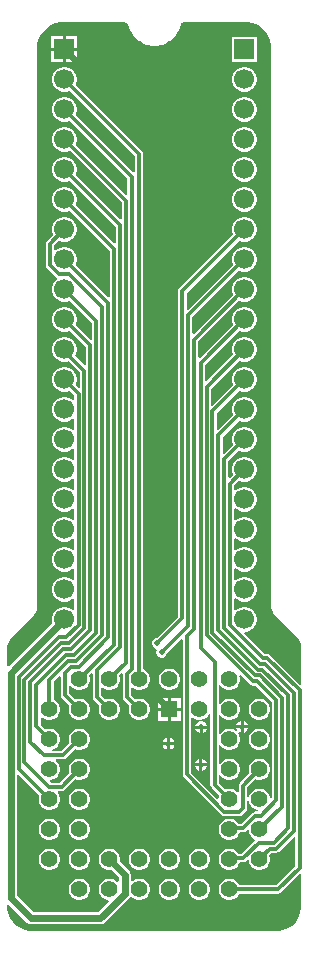
<source format=gtl>
G04*
G04 #@! TF.GenerationSoftware,Altium Limited,Altium Designer,21.0.9 (235)*
G04*
G04 Layer_Physical_Order=1*
G04 Layer_Color=255*
%FSLAX25Y25*%
%MOIN*%
G70*
G04*
G04 #@! TF.SameCoordinates,D00D0935-9F2D-4F80-BADC-0BB803B56EC7*
G04*
G04*
G04 #@! TF.FilePolarity,Positive*
G04*
G01*
G75*
%ADD16C,0.01181*%
%ADD17C,0.02362*%
%ADD18R,0.05512X0.05512*%
%ADD19C,0.05512*%
%ADD20C,0.06693*%
%ADD21R,0.06693X0.06693*%
%ADD22C,0.01968*%
G36*
X19600Y304073D02*
X19600Y304073D01*
X19600Y304073D01*
X40176Y304073D01*
X40377Y304072D01*
X40765Y303949D01*
X41099Y303716D01*
X41348Y303394D01*
X41399Y303258D01*
X41548Y302656D01*
X41576Y302596D01*
X41587Y302531D01*
X42080Y301269D01*
X42127Y301195D01*
X42157Y301112D01*
X42858Y299953D01*
X42918Y299888D01*
X42961Y299812D01*
X43850Y298790D01*
X43920Y298736D01*
X43976Y298668D01*
X45027Y297814D01*
X45105Y297772D01*
X45172Y297715D01*
X46353Y297053D01*
X46437Y297026D01*
X46513Y296981D01*
X47790Y296531D01*
X47877Y296518D01*
X47960Y296487D01*
X49295Y296263D01*
X49383Y296265D01*
X49470Y296248D01*
X50824Y296256D01*
X50910Y296273D01*
X50999Y296271D01*
X52332Y296510D01*
X52413Y296543D01*
X52501Y296556D01*
X53773Y297020D01*
X53848Y297065D01*
X53932Y297093D01*
X55106Y297768D01*
X55173Y297826D01*
X55250Y297868D01*
X56292Y298733D01*
X56347Y298802D01*
X56416Y298856D01*
X57294Y299887D01*
X57337Y299964D01*
X57396Y300030D01*
X58085Y301196D01*
X58114Y301279D01*
X58161Y301354D01*
X58639Y302621D01*
X58650Y302686D01*
X58678Y302747D01*
X58819Y303344D01*
X58862Y303458D01*
X59088Y303750D01*
X59390Y303961D01*
X59742Y304072D01*
X59924Y304073D01*
X80629Y304073D01*
X81462Y304072D01*
X83096Y303745D01*
X84636Y303105D01*
X86020Y302177D01*
X87198Y300997D01*
X88122Y299610D01*
X88758Y298070D01*
X89081Y296435D01*
X89081Y295601D01*
X89081Y295601D01*
X89081Y295600D01*
Y109600D01*
X89085Y109575D01*
X89082Y109550D01*
X89099Y109195D01*
X89117Y109122D01*
Y109046D01*
X89256Y108350D01*
X89294Y108257D01*
X89314Y108159D01*
X89586Y107503D01*
X89641Y107419D01*
X89680Y107326D01*
X90074Y106736D01*
X90128Y106683D01*
X90167Y106618D01*
X90405Y106355D01*
X90426Y106340D01*
X90440Y106318D01*
X97258Y99501D01*
X97258Y99501D01*
X97258Y99500D01*
X97691Y99067D01*
X98372Y98048D01*
X98841Y96915D01*
X99080Y95713D01*
X99080Y95100D01*
Y83495D01*
X98619Y83304D01*
X88644Y93278D01*
X88189Y93583D01*
X87651Y93690D01*
X86816D01*
X80039Y100466D01*
X80247Y100966D01*
X80644D01*
X81696Y101248D01*
X82638Y101792D01*
X83408Y102562D01*
X83952Y103504D01*
X84234Y104556D01*
Y105644D01*
X83952Y106696D01*
X83408Y107638D01*
X82638Y108408D01*
X81696Y108952D01*
X80644Y109234D01*
X79556D01*
X78504Y108952D01*
X77562Y108408D01*
X77280Y108127D01*
X76780Y108334D01*
Y111866D01*
X77280Y112073D01*
X77562Y111792D01*
X78504Y111248D01*
X79556Y110966D01*
X80644D01*
X81696Y111248D01*
X82638Y111792D01*
X83408Y112562D01*
X83952Y113504D01*
X84234Y114556D01*
Y115644D01*
X83952Y116696D01*
X83408Y117638D01*
X82638Y118408D01*
X81696Y118952D01*
X80644Y119234D01*
X79556D01*
X78504Y118952D01*
X77562Y118408D01*
X77280Y118127D01*
X76780Y118334D01*
Y121866D01*
X77280Y122073D01*
X77562Y121792D01*
X78504Y121248D01*
X79556Y120966D01*
X80644D01*
X81696Y121248D01*
X82638Y121792D01*
X83408Y122562D01*
X83952Y123504D01*
X84234Y124556D01*
Y125644D01*
X83952Y126696D01*
X83408Y127638D01*
X82638Y128408D01*
X81696Y128952D01*
X80644Y129234D01*
X79556D01*
X78504Y128952D01*
X77562Y128408D01*
X77280Y128127D01*
X76780Y128334D01*
Y131866D01*
X77280Y132073D01*
X77562Y131792D01*
X78504Y131248D01*
X79556Y130966D01*
X80644D01*
X81696Y131248D01*
X82638Y131792D01*
X83408Y132562D01*
X83952Y133504D01*
X84234Y134556D01*
Y135644D01*
X83952Y136696D01*
X83408Y137638D01*
X82638Y138408D01*
X81696Y138952D01*
X80644Y139234D01*
X79556D01*
X78504Y138952D01*
X77562Y138408D01*
X77280Y138127D01*
X76780Y138334D01*
Y141866D01*
X77280Y142073D01*
X77562Y141792D01*
X78504Y141248D01*
X79556Y140966D01*
X80644D01*
X81696Y141248D01*
X82638Y141792D01*
X83408Y142562D01*
X83952Y143504D01*
X84234Y144556D01*
Y145644D01*
X83952Y146696D01*
X83408Y147638D01*
X82638Y148408D01*
X81696Y148952D01*
X80644Y149234D01*
X79556D01*
X78504Y148952D01*
X77562Y148408D01*
X77280Y148127D01*
X76780Y148334D01*
Y149794D01*
X78333Y151347D01*
X78504Y151248D01*
X79556Y150966D01*
X80644D01*
X81696Y151248D01*
X82638Y151792D01*
X83408Y152562D01*
X83952Y153504D01*
X84234Y154556D01*
Y155644D01*
X83952Y156696D01*
X83408Y157638D01*
X82638Y158408D01*
X81696Y158952D01*
X80644Y159234D01*
X79556D01*
X78504Y158952D01*
X77562Y158408D01*
X76792Y157638D01*
X76248Y156696D01*
X75966Y155644D01*
Y154556D01*
X76248Y153504D01*
X76347Y153333D01*
X75274Y152261D01*
X74812Y152452D01*
Y157825D01*
X78333Y161347D01*
X78504Y161248D01*
X79556Y160966D01*
X80644D01*
X81696Y161248D01*
X82638Y161792D01*
X83408Y162562D01*
X83952Y163504D01*
X84234Y164556D01*
Y165644D01*
X83952Y166696D01*
X83408Y167638D01*
X82638Y168408D01*
X81696Y168952D01*
X80644Y169234D01*
X79556D01*
X78504Y168952D01*
X77562Y168408D01*
X76792Y167638D01*
X76248Y166696D01*
X75966Y165644D01*
Y164556D01*
X76248Y163504D01*
X76347Y163333D01*
X73305Y160292D01*
X72843Y160484D01*
Y165857D01*
X78333Y171347D01*
X78504Y171248D01*
X79556Y170966D01*
X80644D01*
X81696Y171248D01*
X82638Y171792D01*
X83408Y172562D01*
X83952Y173504D01*
X84234Y174556D01*
Y175644D01*
X83952Y176696D01*
X83408Y177638D01*
X82638Y178408D01*
X81696Y178952D01*
X80644Y179234D01*
X79556D01*
X78504Y178952D01*
X77562Y178408D01*
X76792Y177638D01*
X76248Y176696D01*
X75966Y175644D01*
Y174556D01*
X76248Y173504D01*
X76347Y173334D01*
X71337Y168324D01*
X70875Y168515D01*
Y173888D01*
X78333Y181347D01*
X78504Y181248D01*
X79556Y180966D01*
X80644D01*
X81696Y181248D01*
X82638Y181792D01*
X83408Y182562D01*
X83952Y183504D01*
X84234Y184556D01*
Y185644D01*
X83952Y186696D01*
X83408Y187638D01*
X82638Y188408D01*
X81696Y188952D01*
X80644Y189234D01*
X79556D01*
X78504Y188952D01*
X77562Y188408D01*
X76792Y187638D01*
X76248Y186696D01*
X75966Y185644D01*
Y184556D01*
X76248Y183504D01*
X76347Y183334D01*
X69368Y176355D01*
X68906Y176547D01*
Y181920D01*
X78333Y191347D01*
X78504Y191248D01*
X79556Y190966D01*
X80644D01*
X81696Y191248D01*
X82638Y191792D01*
X83408Y192562D01*
X83952Y193504D01*
X84234Y194556D01*
Y195644D01*
X83952Y196696D01*
X83408Y197638D01*
X82638Y198408D01*
X81696Y198952D01*
X80644Y199234D01*
X79556D01*
X78504Y198952D01*
X77562Y198408D01*
X76792Y197638D01*
X76248Y196696D01*
X75966Y195644D01*
Y194556D01*
X76248Y193504D01*
X76347Y193333D01*
X67400Y184387D01*
X66938Y184578D01*
Y189951D01*
X78333Y201347D01*
X78504Y201248D01*
X79556Y200966D01*
X80644D01*
X81696Y201248D01*
X82638Y201792D01*
X83408Y202562D01*
X83952Y203504D01*
X84234Y204556D01*
Y205644D01*
X83952Y206696D01*
X83408Y207638D01*
X82638Y208408D01*
X81696Y208952D01*
X80644Y209234D01*
X79556D01*
X78504Y208952D01*
X77562Y208408D01*
X76792Y207638D01*
X76248Y206696D01*
X75966Y205644D01*
Y204556D01*
X76248Y203504D01*
X76347Y203333D01*
X65235Y192222D01*
X64773Y192414D01*
Y197787D01*
X78333Y211347D01*
X78504Y211248D01*
X79556Y210966D01*
X80644D01*
X81696Y211248D01*
X82638Y211792D01*
X83408Y212562D01*
X83952Y213504D01*
X84234Y214556D01*
Y215644D01*
X83952Y216696D01*
X83408Y217638D01*
X82638Y218408D01*
X81696Y218952D01*
X80644Y219234D01*
X79556D01*
X78504Y218952D01*
X77562Y218408D01*
X76792Y217638D01*
X76248Y216696D01*
X75966Y215644D01*
Y214556D01*
X76248Y213504D01*
X76347Y213334D01*
X63267Y200254D01*
X62805Y200445D01*
Y205818D01*
X78333Y221347D01*
X78504Y221248D01*
X79556Y220966D01*
X80644D01*
X81696Y221248D01*
X82638Y221792D01*
X83408Y222562D01*
X83952Y223504D01*
X84234Y224556D01*
Y225644D01*
X83952Y226696D01*
X83408Y227638D01*
X82638Y228408D01*
X81696Y228952D01*
X80644Y229234D01*
X79556D01*
X78504Y228952D01*
X77562Y228408D01*
X76792Y227638D01*
X76248Y226696D01*
X75966Y225644D01*
Y224556D01*
X76248Y223504D01*
X76347Y223334D01*
X61298Y208285D01*
X60836Y208477D01*
Y213849D01*
X78333Y231347D01*
X78504Y231248D01*
X79556Y230966D01*
X80644D01*
X81696Y231248D01*
X82638Y231792D01*
X83408Y232562D01*
X83952Y233504D01*
X84234Y234556D01*
Y235644D01*
X83952Y236696D01*
X83408Y237638D01*
X82638Y238408D01*
X81696Y238952D01*
X80644Y239234D01*
X79556D01*
X78504Y238952D01*
X77562Y238408D01*
X76792Y237638D01*
X76248Y236696D01*
X75966Y235644D01*
Y234556D01*
X76248Y233504D01*
X76347Y233333D01*
X58438Y215425D01*
X58134Y214969D01*
X58026Y214432D01*
Y106013D01*
X50885Y98872D01*
X50748D01*
X50096Y98602D01*
X49598Y98104D01*
X49328Y97452D01*
Y96748D01*
X49598Y96096D01*
X50096Y95598D01*
X50647Y95370D01*
X50760Y95292D01*
X50922Y94828D01*
X50766Y94451D01*
Y93747D01*
X51036Y93095D01*
X51534Y92597D01*
X52185Y92327D01*
X52890D01*
X53541Y92597D01*
X54040Y93095D01*
X54301Y93726D01*
X59099Y98524D01*
X59561Y98333D01*
Y53388D01*
X59668Y52850D01*
X59973Y52394D01*
X72394Y39973D01*
X72850Y39668D01*
X73388Y39561D01*
X78466D01*
X79004Y39668D01*
X79460Y39973D01*
X80693Y41206D01*
X80998Y41662D01*
X81105Y42200D01*
Y44388D01*
X81605Y44453D01*
X81798Y43732D01*
X82265Y42924D01*
X82924Y42265D01*
X83732Y41798D01*
X84633Y41557D01*
X84618Y41063D01*
X83812D01*
X83274Y40956D01*
X82819Y40652D01*
X79046Y36879D01*
X78164D01*
X77935Y37276D01*
X77276Y37935D01*
X76468Y38402D01*
X75567Y38643D01*
X74634D01*
X73732Y38402D01*
X72924Y37935D01*
X72265Y37276D01*
X71798Y36468D01*
X71557Y35566D01*
Y34633D01*
X71798Y33732D01*
X72265Y32924D01*
X72924Y32265D01*
X73732Y31798D01*
X74634Y31557D01*
X75567D01*
X76468Y31798D01*
X77276Y32265D01*
X77935Y32924D01*
X78402Y33732D01*
X78492Y34069D01*
X79628D01*
X80165Y34176D01*
X80621Y34480D01*
X81095Y34954D01*
X81557Y34763D01*
Y34633D01*
X81798Y33732D01*
X82265Y32924D01*
X82924Y32265D01*
X83432Y31972D01*
X83526Y31359D01*
X79046Y26879D01*
X78164D01*
X77935Y27276D01*
X77276Y27935D01*
X76468Y28402D01*
X75567Y28643D01*
X74634D01*
X73732Y28402D01*
X72924Y27935D01*
X72265Y27276D01*
X71798Y26468D01*
X71557Y25567D01*
Y24633D01*
X71798Y23732D01*
X72265Y22924D01*
X72924Y22265D01*
X73732Y21798D01*
X74634Y21557D01*
X75567D01*
X76468Y21798D01*
X77276Y22265D01*
X77935Y22924D01*
X78402Y23732D01*
X78492Y24069D01*
X79628D01*
X80165Y24176D01*
X80621Y24480D01*
X81095Y24954D01*
X81557Y24763D01*
Y24633D01*
X81798Y23732D01*
X82265Y22924D01*
X82924Y22265D01*
X83732Y21798D01*
X84633Y21557D01*
X85567D01*
X86468Y21798D01*
X87276Y22265D01*
X87935Y22924D01*
X88402Y23732D01*
X88643Y24633D01*
Y25567D01*
X88413Y26426D01*
X89278Y27291D01*
X90652D01*
X91190Y27398D01*
X91646Y27702D01*
X96643Y32699D01*
X97105Y32508D01*
Y22722D01*
X90888Y16505D01*
X78380D01*
X77935Y17276D01*
X77276Y17935D01*
X76468Y18402D01*
X75567Y18643D01*
X74634D01*
X73732Y18402D01*
X72924Y17935D01*
X72265Y17276D01*
X71798Y16468D01*
X71557Y15566D01*
Y14634D01*
X71798Y13732D01*
X72265Y12924D01*
X72924Y12265D01*
X73732Y11798D01*
X74634Y11557D01*
X75567D01*
X76468Y11798D01*
X77276Y12265D01*
X77935Y12924D01*
X78380Y13695D01*
X91470D01*
X92007Y13802D01*
X92463Y14107D01*
X98619Y20262D01*
X99080Y20071D01*
Y9600D01*
X99080Y8765D01*
X98755Y7126D01*
X98115Y5583D01*
X97187Y4194D01*
X96006Y3013D01*
X94617Y2085D01*
X93074Y1445D01*
X91435Y1120D01*
X90600Y1120D01*
X9600Y1120D01*
X8765Y1120D01*
X7126Y1445D01*
X5583Y2085D01*
X4194Y3013D01*
X3013Y4194D01*
X2085Y5583D01*
X1445Y7126D01*
X1120Y8765D01*
X1120Y9789D01*
X1581Y9980D01*
X7581Y3981D01*
X8232Y3546D01*
X9000Y3393D01*
X32081D01*
X32849Y3546D01*
X33500Y3981D01*
X41619Y12100D01*
X41925Y12557D01*
X42454Y12666D01*
X42541Y12648D01*
X42924Y12265D01*
X43732Y11798D01*
X44633Y11557D01*
X45566D01*
X46468Y11798D01*
X47276Y12265D01*
X47935Y12924D01*
X48402Y13732D01*
X48643Y14634D01*
Y15566D01*
X48402Y16468D01*
X47935Y17276D01*
X47276Y17935D01*
X46468Y18402D01*
X45566Y18643D01*
X44633D01*
X43732Y18402D01*
X42924Y17935D01*
X42707Y17718D01*
X42207Y17925D01*
Y20000D01*
X42054Y20768D01*
X41619Y21419D01*
X38593Y24445D01*
X38643Y24633D01*
Y25567D01*
X38402Y26468D01*
X37935Y27276D01*
X37276Y27935D01*
X36468Y28402D01*
X35566Y28643D01*
X34633D01*
X33732Y28402D01*
X32924Y27935D01*
X32265Y27276D01*
X31798Y26468D01*
X31557Y25567D01*
Y24633D01*
X31798Y23732D01*
X32265Y22924D01*
X32924Y22265D01*
X33732Y21798D01*
X34633Y21557D01*
X35566D01*
X35754Y21607D01*
X38193Y19169D01*
Y17725D01*
X37693Y17518D01*
X37276Y17935D01*
X36468Y18402D01*
X35566Y18643D01*
X34633D01*
X33732Y18402D01*
X32924Y17935D01*
X32265Y17276D01*
X31798Y16468D01*
X31557Y15566D01*
Y14634D01*
X31798Y13732D01*
X32265Y12924D01*
X32924Y12265D01*
X33732Y11798D01*
X34633Y11557D01*
X34746D01*
X34938Y11095D01*
X31250Y7407D01*
X9831D01*
X4288Y12950D01*
Y53272D01*
X4750Y53463D01*
X11787Y46426D01*
X11557Y45566D01*
Y44633D01*
X11798Y43732D01*
X12265Y42924D01*
X12924Y42265D01*
X13732Y41798D01*
X14634Y41557D01*
X15566D01*
X16468Y41798D01*
X17276Y42265D01*
X17935Y42924D01*
X18402Y43732D01*
X18643Y44633D01*
Y45566D01*
X18402Y46468D01*
X17935Y47276D01*
X17844Y47367D01*
X18035Y47829D01*
X19234D01*
X19771Y47936D01*
X20227Y48240D01*
X23774Y51787D01*
X24633Y51557D01*
X25567D01*
X26468Y51798D01*
X27276Y52265D01*
X27935Y52924D01*
X28402Y53732D01*
X28643Y54633D01*
Y55567D01*
X28402Y56468D01*
X27935Y57276D01*
X27276Y57935D01*
X26468Y58402D01*
X25567Y58643D01*
X24633D01*
X23732Y58402D01*
X22924Y57935D01*
X22265Y57276D01*
X21798Y56468D01*
X21557Y55567D01*
Y54633D01*
X21787Y53774D01*
X18652Y50639D01*
X15702D01*
X15246Y51095D01*
X15437Y51557D01*
X15566D01*
X16468Y51798D01*
X17276Y52265D01*
X17935Y52924D01*
X18402Y53732D01*
X18643Y54633D01*
Y55567D01*
X18402Y56468D01*
X17935Y57276D01*
X17316Y57895D01*
X17354Y58227D01*
X17399Y58395D01*
X19800D01*
X20338Y58502D01*
X20794Y58807D01*
X23774Y61787D01*
X24633Y61557D01*
X25567D01*
X26468Y61798D01*
X27276Y62265D01*
X27935Y62924D01*
X28402Y63732D01*
X28643Y64634D01*
Y65566D01*
X28402Y66468D01*
X27935Y67276D01*
X27276Y67935D01*
X26468Y68402D01*
X25567Y68643D01*
X24633D01*
X23732Y68402D01*
X22924Y67935D01*
X22265Y67276D01*
X21798Y66468D01*
X21557Y65566D01*
Y64634D01*
X21787Y63774D01*
X19218Y61205D01*
X16186D01*
X16120Y61705D01*
X16468Y61798D01*
X17276Y62265D01*
X17935Y62924D01*
X18402Y63732D01*
X18643Y64634D01*
Y65566D01*
X18402Y66468D01*
X17935Y67276D01*
X17276Y67935D01*
X16468Y68402D01*
X15566Y68643D01*
X14634D01*
X13774Y68413D01*
X12151Y70036D01*
Y72331D01*
X12651Y72539D01*
X12924Y72265D01*
X13732Y71798D01*
X14634Y71557D01*
X15566D01*
X16468Y71798D01*
X17276Y72265D01*
X17935Y72924D01*
X18402Y73732D01*
X18643Y74634D01*
Y75567D01*
X18402Y76468D01*
X17935Y77276D01*
X17276Y77935D01*
X16505Y78380D01*
Y84302D01*
X18433Y86230D01*
X18895Y86039D01*
Y79900D01*
X19002Y79362D01*
X19307Y78907D01*
X21787Y76426D01*
X21557Y75567D01*
Y74634D01*
X21798Y73732D01*
X22265Y72924D01*
X22924Y72265D01*
X23732Y71798D01*
X24633Y71557D01*
X25567D01*
X26468Y71798D01*
X27276Y72265D01*
X27935Y72924D01*
X28402Y73732D01*
X28643Y74634D01*
Y75567D01*
X28402Y76468D01*
X27935Y77276D01*
X27276Y77935D01*
X26468Y78402D01*
X25567Y78643D01*
X24633D01*
X23774Y78413D01*
X21705Y80482D01*
Y82894D01*
X22205Y83028D01*
X22265Y82924D01*
X22924Y82265D01*
X23732Y81798D01*
X24633Y81557D01*
X25567D01*
X26468Y81798D01*
X27276Y82265D01*
X27935Y82924D01*
X28402Y83732D01*
X28643Y84633D01*
Y85567D01*
X28413Y86426D01*
X29099Y87112D01*
X29561Y86921D01*
Y79234D01*
X29668Y78696D01*
X29973Y78240D01*
X31787Y76426D01*
X31557Y75567D01*
Y74634D01*
X31798Y73732D01*
X32265Y72924D01*
X32924Y72265D01*
X33732Y71798D01*
X34633Y71557D01*
X35566D01*
X36468Y71798D01*
X37276Y72265D01*
X37935Y72924D01*
X38402Y73732D01*
X38643Y74634D01*
Y75567D01*
X38402Y76468D01*
X37935Y77276D01*
X37276Y77935D01*
X36468Y78402D01*
X35566Y78643D01*
X34633D01*
X33774Y78413D01*
X32371Y79816D01*
Y82165D01*
X32833Y82356D01*
X32924Y82265D01*
X33732Y81798D01*
X34633Y81557D01*
X35566D01*
X36468Y81798D01*
X37276Y82265D01*
X37935Y82924D01*
X38402Y83732D01*
X38643Y84633D01*
Y85567D01*
X38413Y86426D01*
X39114Y87127D01*
X39575Y86881D01*
X39561Y86812D01*
Y79234D01*
X39668Y78696D01*
X39973Y78240D01*
X41787Y76426D01*
X41557Y75567D01*
Y74634D01*
X41798Y73732D01*
X42265Y72924D01*
X42924Y72265D01*
X43732Y71798D01*
X44633Y71557D01*
X45566D01*
X46468Y71798D01*
X47276Y72265D01*
X47935Y72924D01*
X48402Y73732D01*
X48643Y74634D01*
Y75567D01*
X48402Y76468D01*
X47935Y77276D01*
X47276Y77935D01*
X46468Y78402D01*
X45566Y78643D01*
X44633D01*
X43774Y78413D01*
X42371Y79816D01*
Y82165D01*
X42833Y82356D01*
X42924Y82265D01*
X43732Y81798D01*
X44633Y81557D01*
X45566D01*
X46468Y81798D01*
X47276Y82265D01*
X47935Y82924D01*
X48402Y83732D01*
X48643Y84633D01*
Y85567D01*
X48402Y86468D01*
X47935Y87276D01*
X47276Y87935D01*
X46468Y88402D01*
X46346Y88434D01*
Y260259D01*
X46239Y260797D01*
X45934Y261252D01*
X23853Y283333D01*
X23952Y283504D01*
X24234Y284556D01*
Y285644D01*
X23952Y286696D01*
X23408Y287638D01*
X22638Y288408D01*
X21696Y288952D01*
X20644Y289234D01*
X19556D01*
X18504Y288952D01*
X17562Y288408D01*
X16792Y287638D01*
X16248Y286696D01*
X15966Y285644D01*
Y284556D01*
X16248Y283504D01*
X16792Y282562D01*
X17562Y281792D01*
X18504Y281248D01*
X19556Y280966D01*
X20644D01*
X21696Y281248D01*
X21867Y281347D01*
X43536Y259677D01*
Y254358D01*
X43036Y254151D01*
X23853Y273334D01*
X23952Y273504D01*
X24234Y274556D01*
Y275644D01*
X23952Y276696D01*
X23408Y277638D01*
X22638Y278408D01*
X21696Y278952D01*
X20644Y279234D01*
X19556D01*
X18504Y278952D01*
X17562Y278408D01*
X16792Y277638D01*
X16248Y276696D01*
X15966Y275644D01*
Y274556D01*
X16248Y273504D01*
X16792Y272562D01*
X17562Y271792D01*
X18504Y271248D01*
X19556Y270966D01*
X20644D01*
X21696Y271248D01*
X21867Y271347D01*
X41136Y252077D01*
Y246704D01*
X40674Y246513D01*
X23853Y263334D01*
X23952Y263504D01*
X24234Y264556D01*
Y265644D01*
X23952Y266696D01*
X23408Y267638D01*
X22638Y268408D01*
X21696Y268952D01*
X20644Y269234D01*
X19556D01*
X18504Y268952D01*
X17562Y268408D01*
X16792Y267638D01*
X16248Y266696D01*
X15966Y265644D01*
Y264556D01*
X16248Y263504D01*
X16792Y262562D01*
X17562Y261792D01*
X18504Y261248D01*
X19556Y260966D01*
X20644D01*
X21696Y261248D01*
X21867Y261347D01*
X39167Y244046D01*
Y238673D01*
X38706Y238481D01*
X23853Y253333D01*
X23952Y253504D01*
X24234Y254556D01*
Y255644D01*
X23952Y256696D01*
X23408Y257638D01*
X22638Y258408D01*
X21696Y258952D01*
X20644Y259234D01*
X19556D01*
X18504Y258952D01*
X17562Y258408D01*
X16792Y257638D01*
X16248Y256696D01*
X15966Y255644D01*
Y254556D01*
X16248Y253504D01*
X16792Y252562D01*
X17562Y251792D01*
X18504Y251248D01*
X19556Y250966D01*
X20644D01*
X21696Y251248D01*
X21867Y251347D01*
X37199Y236014D01*
Y230641D01*
X36737Y230450D01*
X23853Y243334D01*
X23952Y243504D01*
X24234Y244556D01*
Y245644D01*
X23952Y246696D01*
X23408Y247638D01*
X22638Y248408D01*
X21696Y248952D01*
X20644Y249234D01*
X19556D01*
X18504Y248952D01*
X17562Y248408D01*
X16792Y247638D01*
X16248Y246696D01*
X15966Y245644D01*
Y244556D01*
X16248Y243504D01*
X16792Y242562D01*
X17562Y241792D01*
X18504Y241248D01*
X19556Y240966D01*
X20644D01*
X21696Y241248D01*
X21867Y241347D01*
X35230Y227983D01*
Y212610D01*
X34769Y212418D01*
X23853Y223334D01*
X23952Y223504D01*
X24234Y224556D01*
Y225644D01*
X23952Y226696D01*
X23408Y227638D01*
X22638Y228408D01*
X21696Y228952D01*
X20644Y229234D01*
X19556D01*
X18504Y228952D01*
X17562Y228408D01*
X17280Y228127D01*
X16781Y228334D01*
Y229794D01*
X18334Y231347D01*
X18504Y231248D01*
X19556Y230966D01*
X20644D01*
X21696Y231248D01*
X22638Y231792D01*
X23408Y232562D01*
X23952Y233504D01*
X24234Y234556D01*
Y235644D01*
X23952Y236696D01*
X23408Y237638D01*
X22638Y238408D01*
X21696Y238952D01*
X20644Y239234D01*
X19556D01*
X18504Y238952D01*
X17562Y238408D01*
X16792Y237638D01*
X16248Y236696D01*
X15966Y235644D01*
Y234556D01*
X16248Y233504D01*
X16347Y233333D01*
X14382Y231369D01*
X14078Y230913D01*
X13971Y230376D01*
Y223143D01*
X14078Y222605D01*
X14382Y222150D01*
X17425Y219107D01*
X17586Y218999D01*
X17567Y218411D01*
X17562Y218408D01*
X16792Y217638D01*
X16248Y216696D01*
X15966Y215644D01*
Y214556D01*
X16248Y213504D01*
X16792Y212562D01*
X17562Y211792D01*
X18504Y211248D01*
X19556Y210966D01*
X20644D01*
X21696Y211248D01*
X21867Y211347D01*
X29325Y203888D01*
Y198515D01*
X28863Y198324D01*
X23853Y203333D01*
X23952Y203504D01*
X24234Y204556D01*
Y205644D01*
X23952Y206696D01*
X23408Y207638D01*
X22638Y208408D01*
X21696Y208952D01*
X20644Y209234D01*
X19556D01*
X18504Y208952D01*
X17562Y208408D01*
X16792Y207638D01*
X16248Y206696D01*
X15966Y205644D01*
Y204556D01*
X16248Y203504D01*
X16792Y202562D01*
X17562Y201792D01*
X18504Y201248D01*
X19556Y200966D01*
X20644D01*
X21696Y201248D01*
X21867Y201347D01*
X27356Y195857D01*
Y190000D01*
X26895Y189808D01*
X23676Y193027D01*
X23952Y193504D01*
X24234Y194556D01*
Y195644D01*
X23952Y196696D01*
X23408Y197638D01*
X22638Y198408D01*
X21696Y198952D01*
X20644Y199234D01*
X19556D01*
X18504Y198952D01*
X17562Y198408D01*
X16792Y197638D01*
X16248Y196696D01*
X15966Y195644D01*
Y194556D01*
X16248Y193504D01*
X16792Y192562D01*
X17562Y191792D01*
X18504Y191248D01*
X19556Y190966D01*
X20644D01*
X21527Y191203D01*
X25388Y187341D01*
Y182452D01*
X24926Y182261D01*
X23853Y183334D01*
X23952Y183504D01*
X24234Y184556D01*
Y185644D01*
X23952Y186696D01*
X23408Y187638D01*
X22638Y188408D01*
X21696Y188952D01*
X20644Y189234D01*
X19556D01*
X18504Y188952D01*
X17562Y188408D01*
X16792Y187638D01*
X16248Y186696D01*
X15966Y185644D01*
Y184556D01*
X16248Y183504D01*
X16792Y182562D01*
X17562Y181792D01*
X18504Y181248D01*
X19556Y180966D01*
X20644D01*
X21696Y181248D01*
X21867Y181347D01*
X23419Y179794D01*
Y178334D01*
X22919Y178127D01*
X22638Y178408D01*
X21696Y178952D01*
X20644Y179234D01*
X19556D01*
X18504Y178952D01*
X17562Y178408D01*
X16792Y177638D01*
X16248Y176696D01*
X15966Y175644D01*
Y174556D01*
X16248Y173504D01*
X16792Y172562D01*
X17562Y171792D01*
X18504Y171248D01*
X19556Y170966D01*
X20644D01*
X21696Y171248D01*
X22638Y171792D01*
X22919Y172073D01*
X23419Y171866D01*
Y168334D01*
X22919Y168127D01*
X22638Y168408D01*
X21696Y168952D01*
X20644Y169234D01*
X19556D01*
X18504Y168952D01*
X17562Y168408D01*
X16792Y167638D01*
X16248Y166696D01*
X15966Y165644D01*
Y164556D01*
X16248Y163504D01*
X16792Y162562D01*
X17562Y161792D01*
X18504Y161248D01*
X19556Y160966D01*
X20644D01*
X21696Y161248D01*
X22638Y161792D01*
X22919Y162073D01*
X23419Y161866D01*
Y158334D01*
X22919Y158127D01*
X22638Y158408D01*
X21696Y158952D01*
X20644Y159234D01*
X19556D01*
X18504Y158952D01*
X17562Y158408D01*
X16792Y157638D01*
X16248Y156696D01*
X15966Y155644D01*
Y154556D01*
X16248Y153504D01*
X16792Y152562D01*
X17562Y151792D01*
X18504Y151248D01*
X19556Y150966D01*
X20644D01*
X21696Y151248D01*
X22638Y151792D01*
X22919Y152073D01*
X23419Y151866D01*
Y148334D01*
X22919Y148127D01*
X22638Y148408D01*
X21696Y148952D01*
X20644Y149234D01*
X19556D01*
X18504Y148952D01*
X17562Y148408D01*
X16792Y147638D01*
X16248Y146696D01*
X15966Y145644D01*
Y144556D01*
X16248Y143504D01*
X16792Y142562D01*
X17562Y141792D01*
X18504Y141248D01*
X19556Y140966D01*
X20644D01*
X21696Y141248D01*
X22638Y141792D01*
X22919Y142073D01*
X23419Y141866D01*
Y138334D01*
X22919Y138127D01*
X22638Y138408D01*
X21696Y138952D01*
X20644Y139234D01*
X19556D01*
X18504Y138952D01*
X17562Y138408D01*
X16792Y137638D01*
X16248Y136696D01*
X15966Y135644D01*
Y134556D01*
X16248Y133504D01*
X16792Y132562D01*
X17562Y131792D01*
X18504Y131248D01*
X19556Y130966D01*
X20644D01*
X21696Y131248D01*
X22638Y131792D01*
X22919Y132073D01*
X23419Y131866D01*
Y128334D01*
X22919Y128127D01*
X22638Y128408D01*
X21696Y128952D01*
X20644Y129234D01*
X19556D01*
X18504Y128952D01*
X17562Y128408D01*
X16792Y127638D01*
X16248Y126696D01*
X15966Y125644D01*
Y124556D01*
X16248Y123504D01*
X16792Y122562D01*
X17562Y121792D01*
X18504Y121248D01*
X19556Y120966D01*
X20644D01*
X21696Y121248D01*
X22638Y121792D01*
X22919Y122073D01*
X23419Y121866D01*
Y118334D01*
X22919Y118127D01*
X22638Y118408D01*
X21696Y118952D01*
X20644Y119234D01*
X19556D01*
X18504Y118952D01*
X17562Y118408D01*
X16792Y117638D01*
X16248Y116696D01*
X15966Y115644D01*
Y114556D01*
X16248Y113504D01*
X16792Y112562D01*
X17562Y111792D01*
X18504Y111248D01*
X19556Y110966D01*
X20644D01*
X21696Y111248D01*
X22638Y111792D01*
X22919Y112073D01*
X23419Y111866D01*
Y108334D01*
X22919Y108127D01*
X22638Y108408D01*
X21696Y108952D01*
X20644Y109234D01*
X19556D01*
X18504Y108952D01*
X17562Y108408D01*
X16792Y107638D01*
X16248Y106696D01*
X15966Y105644D01*
Y104556D01*
X16125Y103963D01*
X1581Y89420D01*
X1120Y89611D01*
Y95100D01*
X1120Y95713D01*
X1359Y96915D01*
X1828Y98048D01*
X2509Y99067D01*
X2942Y99501D01*
X9760Y106318D01*
X9774Y106340D01*
X9795Y106355D01*
X10034Y106618D01*
X10072Y106683D01*
X10126Y106736D01*
X10520Y107326D01*
X10559Y107419D01*
X10614Y107503D01*
X10886Y108159D01*
X10905Y108257D01*
X10944Y108350D01*
X11082Y109046D01*
Y109122D01*
X11101Y109195D01*
X11118Y109550D01*
X11114Y109575D01*
X11119Y109600D01*
X11119Y295600D01*
X11120Y296434D01*
X11446Y298072D01*
X12086Y299614D01*
X13014Y301002D01*
X14195Y302182D01*
X15584Y303110D01*
X17127Y303748D01*
X18765Y304073D01*
X19600Y304073D01*
D02*
G37*
G36*
X81979Y83417D02*
X82435Y83113D01*
X82973Y83006D01*
X83807D01*
X89231Y77583D01*
Y45735D01*
X89122Y45663D01*
X88557Y45887D01*
X88402Y46468D01*
X87935Y47276D01*
X87276Y47935D01*
X86468Y48402D01*
X85567Y48643D01*
X84633D01*
X83732Y48402D01*
X82924Y47935D01*
X82265Y47276D01*
X81798Y46468D01*
X81605Y45747D01*
X81105Y45812D01*
Y49118D01*
X83774Y51787D01*
X84633Y51557D01*
X85567D01*
X86468Y51798D01*
X87276Y52265D01*
X87935Y52924D01*
X88402Y53732D01*
X88643Y54633D01*
Y55567D01*
X88402Y56468D01*
X87935Y57276D01*
X87276Y57935D01*
X86468Y58402D01*
X85567Y58643D01*
X84633D01*
X83732Y58402D01*
X82924Y57935D01*
X82265Y57276D01*
X81798Y56468D01*
X81557Y55567D01*
Y54633D01*
X81787Y53774D01*
X78707Y50694D01*
X78402Y50238D01*
X78295Y49700D01*
Y47614D01*
X77795Y47416D01*
X77276Y47935D01*
X76468Y48402D01*
X75567Y48643D01*
X74634D01*
X73774Y48413D01*
X71605Y50582D01*
Y53067D01*
X72105Y53201D01*
X72265Y52924D01*
X72924Y52265D01*
X73732Y51798D01*
X74634Y51557D01*
X75567D01*
X76468Y51798D01*
X77276Y52265D01*
X77935Y52924D01*
X78402Y53732D01*
X78643Y54633D01*
Y55567D01*
X78402Y56468D01*
X77935Y57276D01*
X77276Y57935D01*
X76468Y58402D01*
X75567Y58643D01*
X74634D01*
X73732Y58402D01*
X72924Y57935D01*
X72265Y57276D01*
X72105Y56999D01*
X71605Y57133D01*
Y63067D01*
X72105Y63201D01*
X72265Y62924D01*
X72924Y62265D01*
X73732Y61798D01*
X74634Y61557D01*
X75567D01*
X76468Y61798D01*
X77276Y62265D01*
X77935Y62924D01*
X78402Y63732D01*
X78643Y64634D01*
Y65566D01*
X78402Y66468D01*
X77935Y67276D01*
X78276Y67618D01*
X78900Y67359D01*
Y68800D01*
X77459D01*
X77718Y68176D01*
X77347Y67864D01*
X77276Y67935D01*
X76468Y68402D01*
X75567Y68643D01*
X74634D01*
X73732Y68402D01*
X72924Y67935D01*
X72265Y67276D01*
X72105Y66999D01*
X71605Y67133D01*
Y73067D01*
X72105Y73201D01*
X72265Y72924D01*
X72924Y72265D01*
X73732Y71798D01*
X74634Y71557D01*
X75567D01*
X76468Y71798D01*
X77276Y72265D01*
X77935Y72924D01*
X78402Y73732D01*
X78643Y74634D01*
Y75567D01*
X78402Y76468D01*
X77935Y77276D01*
X77276Y77935D01*
X76468Y78402D01*
X75567Y78643D01*
X74634D01*
X73732Y78402D01*
X72924Y77935D01*
X72265Y77276D01*
X72105Y76999D01*
X71605Y77133D01*
Y83067D01*
X72105Y83201D01*
X72265Y82924D01*
X72924Y82265D01*
X73732Y81798D01*
X74634Y81557D01*
X75567D01*
X76468Y81798D01*
X77276Y82265D01*
X77935Y82924D01*
X78402Y83732D01*
X78643Y84633D01*
Y85567D01*
X78468Y86221D01*
X78916Y86480D01*
X81979Y83417D01*
D02*
G37*
G36*
X68795Y73413D02*
Y50000D01*
X68902Y49462D01*
X69207Y49007D01*
X71787Y46426D01*
X71557Y45566D01*
Y45437D01*
X71095Y45246D01*
X62371Y53970D01*
Y72165D01*
X62833Y72356D01*
X62924Y72265D01*
X63732Y71798D01*
X64634Y71557D01*
X65184D01*
X65239Y71557D01*
X65305Y71084D01*
X65235Y71055D01*
X64576Y70782D01*
X64018Y70224D01*
X63759Y69600D01*
X67641D01*
X67382Y70224D01*
X66824Y70782D01*
X66095Y71084D01*
X65782D01*
X65735Y71084D01*
X65669Y71584D01*
X65737Y71602D01*
X66468Y71798D01*
X67276Y72265D01*
X67935Y72924D01*
X68295Y73547D01*
X68795Y73413D01*
D02*
G37*
%LPC*%
G36*
X24446Y299447D02*
X20600D01*
Y295600D01*
X24446D01*
Y299447D01*
D02*
G37*
G36*
X19600D02*
X15754D01*
Y295600D01*
X19600D01*
Y299447D01*
D02*
G37*
G36*
X84234Y299234D02*
X75966D01*
Y290966D01*
X84234D01*
Y299234D01*
D02*
G37*
G36*
X24446Y294600D02*
X20600D01*
Y290754D01*
X24446D01*
Y294600D01*
D02*
G37*
G36*
X19600D02*
X15754D01*
Y290754D01*
X19600D01*
Y294600D01*
D02*
G37*
G36*
X80644Y289234D02*
X79556D01*
X78504Y288952D01*
X77562Y288408D01*
X76792Y287638D01*
X76248Y286696D01*
X75966Y285644D01*
Y284556D01*
X76248Y283504D01*
X76792Y282562D01*
X77562Y281792D01*
X78504Y281248D01*
X79556Y280966D01*
X80644D01*
X81696Y281248D01*
X82638Y281792D01*
X83408Y282562D01*
X83952Y283504D01*
X84234Y284556D01*
Y285644D01*
X83952Y286696D01*
X83408Y287638D01*
X82638Y288408D01*
X81696Y288952D01*
X80644Y289234D01*
D02*
G37*
G36*
Y279234D02*
X79556D01*
X78504Y278952D01*
X77562Y278408D01*
X76792Y277638D01*
X76248Y276696D01*
X75966Y275644D01*
Y274556D01*
X76248Y273504D01*
X76792Y272562D01*
X77562Y271792D01*
X78504Y271248D01*
X79556Y270966D01*
X80644D01*
X81696Y271248D01*
X82638Y271792D01*
X83408Y272562D01*
X83952Y273504D01*
X84234Y274556D01*
Y275644D01*
X83952Y276696D01*
X83408Y277638D01*
X82638Y278408D01*
X81696Y278952D01*
X80644Y279234D01*
D02*
G37*
G36*
Y269234D02*
X79556D01*
X78504Y268952D01*
X77562Y268408D01*
X76792Y267638D01*
X76248Y266696D01*
X75966Y265644D01*
Y264556D01*
X76248Y263504D01*
X76792Y262562D01*
X77562Y261792D01*
X78504Y261248D01*
X79556Y260966D01*
X80644D01*
X81696Y261248D01*
X82638Y261792D01*
X83408Y262562D01*
X83952Y263504D01*
X84234Y264556D01*
Y265644D01*
X83952Y266696D01*
X83408Y267638D01*
X82638Y268408D01*
X81696Y268952D01*
X80644Y269234D01*
D02*
G37*
G36*
Y259234D02*
X79556D01*
X78504Y258952D01*
X77562Y258408D01*
X76792Y257638D01*
X76248Y256696D01*
X75966Y255644D01*
Y254556D01*
X76248Y253504D01*
X76792Y252562D01*
X77562Y251792D01*
X78504Y251248D01*
X79556Y250966D01*
X80644D01*
X81696Y251248D01*
X82638Y251792D01*
X83408Y252562D01*
X83952Y253504D01*
X84234Y254556D01*
Y255644D01*
X83952Y256696D01*
X83408Y257638D01*
X82638Y258408D01*
X81696Y258952D01*
X80644Y259234D01*
D02*
G37*
G36*
Y249234D02*
X79556D01*
X78504Y248952D01*
X77562Y248408D01*
X76792Y247638D01*
X76248Y246696D01*
X75966Y245644D01*
Y244556D01*
X76248Y243504D01*
X76792Y242562D01*
X77562Y241792D01*
X78504Y241248D01*
X79556Y240966D01*
X80644D01*
X81696Y241248D01*
X82638Y241792D01*
X83408Y242562D01*
X83952Y243504D01*
X84234Y244556D01*
Y245644D01*
X83952Y246696D01*
X83408Y247638D01*
X82638Y248408D01*
X81696Y248952D01*
X80644Y249234D01*
D02*
G37*
G36*
X55567Y88643D02*
X54633D01*
X53732Y88402D01*
X52924Y87935D01*
X52265Y87276D01*
X51798Y86468D01*
X51557Y85567D01*
Y84633D01*
X51798Y83732D01*
X52265Y82924D01*
X52924Y82265D01*
X53732Y81798D01*
X54633Y81557D01*
X55567D01*
X56468Y81798D01*
X57276Y82265D01*
X57935Y82924D01*
X58402Y83732D01*
X58643Y84633D01*
Y85567D01*
X58402Y86468D01*
X57935Y87276D01*
X57276Y87935D01*
X56468Y88402D01*
X55567Y88643D01*
D02*
G37*
G36*
X58856Y78856D02*
X55600D01*
Y75600D01*
X58856D01*
Y78856D01*
D02*
G37*
G36*
X54600D02*
X51344D01*
Y75600D01*
X54600D01*
Y78856D01*
D02*
G37*
G36*
X58856Y74600D02*
X55600D01*
Y71344D01*
X58856D01*
Y74600D01*
D02*
G37*
G36*
X54600D02*
X51344D01*
Y71344D01*
X54600D01*
Y74600D01*
D02*
G37*
G36*
X55300Y65641D02*
Y64200D01*
X56741D01*
X56482Y64824D01*
X55924Y65382D01*
X55300Y65641D01*
D02*
G37*
G36*
X54300D02*
X53676Y65382D01*
X53118Y64824D01*
X52859Y64200D01*
X54300D01*
Y65641D01*
D02*
G37*
G36*
X56741Y63200D02*
X55300D01*
Y61759D01*
X55924Y62018D01*
X56482Y62576D01*
X56741Y63200D01*
D02*
G37*
G36*
X54300D02*
X52859D01*
X53118Y62576D01*
X53676Y62018D01*
X54300Y61759D01*
Y63200D01*
D02*
G37*
G36*
X25567Y48643D02*
X24633D01*
X23732Y48402D01*
X22924Y47935D01*
X22265Y47276D01*
X21798Y46468D01*
X21557Y45566D01*
Y44633D01*
X21798Y43732D01*
X22265Y42924D01*
X22924Y42265D01*
X23732Y41798D01*
X24633Y41557D01*
X25567D01*
X26468Y41798D01*
X27276Y42265D01*
X27935Y42924D01*
X28402Y43732D01*
X28643Y44633D01*
Y45566D01*
X28402Y46468D01*
X27935Y47276D01*
X27276Y47935D01*
X26468Y48402D01*
X25567Y48643D01*
D02*
G37*
G36*
Y38643D02*
X24633D01*
X23732Y38402D01*
X22924Y37935D01*
X22265Y37276D01*
X21798Y36468D01*
X21557Y35566D01*
Y34633D01*
X21798Y33732D01*
X22265Y32924D01*
X22924Y32265D01*
X23732Y31798D01*
X24633Y31557D01*
X25567D01*
X26468Y31798D01*
X27276Y32265D01*
X27935Y32924D01*
X28402Y33732D01*
X28643Y34633D01*
Y35566D01*
X28402Y36468D01*
X27935Y37276D01*
X27276Y37935D01*
X26468Y38402D01*
X25567Y38643D01*
D02*
G37*
G36*
X15566D02*
X14634D01*
X13732Y38402D01*
X12924Y37935D01*
X12265Y37276D01*
X11798Y36468D01*
X11557Y35566D01*
Y34633D01*
X11798Y33732D01*
X12265Y32924D01*
X12924Y32265D01*
X13732Y31798D01*
X14634Y31557D01*
X15566D01*
X16468Y31798D01*
X17276Y32265D01*
X17935Y32924D01*
X18402Y33732D01*
X18643Y34633D01*
Y35566D01*
X18402Y36468D01*
X17935Y37276D01*
X17276Y37935D01*
X16468Y38402D01*
X15566Y38643D01*
D02*
G37*
G36*
X65566Y28643D02*
X64634D01*
X63732Y28402D01*
X62924Y27935D01*
X62265Y27276D01*
X61798Y26468D01*
X61557Y25567D01*
Y24633D01*
X61798Y23732D01*
X62265Y22924D01*
X62924Y22265D01*
X63732Y21798D01*
X64634Y21557D01*
X65566D01*
X66468Y21798D01*
X67276Y22265D01*
X67935Y22924D01*
X68402Y23732D01*
X68643Y24633D01*
Y25567D01*
X68402Y26468D01*
X67935Y27276D01*
X67276Y27935D01*
X66468Y28402D01*
X65566Y28643D01*
D02*
G37*
G36*
X55567D02*
X54633D01*
X53732Y28402D01*
X52924Y27935D01*
X52265Y27276D01*
X51798Y26468D01*
X51557Y25567D01*
Y24633D01*
X51798Y23732D01*
X52265Y22924D01*
X52924Y22265D01*
X53732Y21798D01*
X54633Y21557D01*
X55567D01*
X56468Y21798D01*
X57276Y22265D01*
X57935Y22924D01*
X58402Y23732D01*
X58643Y24633D01*
Y25567D01*
X58402Y26468D01*
X57935Y27276D01*
X57276Y27935D01*
X56468Y28402D01*
X55567Y28643D01*
D02*
G37*
G36*
X45566D02*
X44633D01*
X43732Y28402D01*
X42924Y27935D01*
X42265Y27276D01*
X41798Y26468D01*
X41557Y25567D01*
Y24633D01*
X41798Y23732D01*
X42265Y22924D01*
X42924Y22265D01*
X43732Y21798D01*
X44633Y21557D01*
X45566D01*
X46468Y21798D01*
X47276Y22265D01*
X47935Y22924D01*
X48402Y23732D01*
X48643Y24633D01*
Y25567D01*
X48402Y26468D01*
X47935Y27276D01*
X47276Y27935D01*
X46468Y28402D01*
X45566Y28643D01*
D02*
G37*
G36*
X25567D02*
X24633D01*
X23732Y28402D01*
X22924Y27935D01*
X22265Y27276D01*
X21798Y26468D01*
X21557Y25567D01*
Y24633D01*
X21798Y23732D01*
X22265Y22924D01*
X22924Y22265D01*
X23732Y21798D01*
X24633Y21557D01*
X25567D01*
X26468Y21798D01*
X27276Y22265D01*
X27935Y22924D01*
X28402Y23732D01*
X28643Y24633D01*
Y25567D01*
X28402Y26468D01*
X27935Y27276D01*
X27276Y27935D01*
X26468Y28402D01*
X25567Y28643D01*
D02*
G37*
G36*
X15566D02*
X14634D01*
X13732Y28402D01*
X12924Y27935D01*
X12265Y27276D01*
X11798Y26468D01*
X11557Y25567D01*
Y24633D01*
X11798Y23732D01*
X12265Y22924D01*
X12924Y22265D01*
X13732Y21798D01*
X14634Y21557D01*
X15566D01*
X16468Y21798D01*
X17276Y22265D01*
X17935Y22924D01*
X18402Y23732D01*
X18643Y24633D01*
Y25567D01*
X18402Y26468D01*
X17935Y27276D01*
X17276Y27935D01*
X16468Y28402D01*
X15566Y28643D01*
D02*
G37*
G36*
X65566Y18643D02*
X64634D01*
X63732Y18402D01*
X62924Y17935D01*
X62265Y17276D01*
X61798Y16468D01*
X61557Y15566D01*
Y14634D01*
X61798Y13732D01*
X62265Y12924D01*
X62924Y12265D01*
X63732Y11798D01*
X64634Y11557D01*
X65566D01*
X66468Y11798D01*
X67276Y12265D01*
X67935Y12924D01*
X68402Y13732D01*
X68643Y14634D01*
Y15566D01*
X68402Y16468D01*
X67935Y17276D01*
X67276Y17935D01*
X66468Y18402D01*
X65566Y18643D01*
D02*
G37*
G36*
X55567D02*
X54633D01*
X53732Y18402D01*
X52924Y17935D01*
X52265Y17276D01*
X51798Y16468D01*
X51557Y15566D01*
Y14634D01*
X51798Y13732D01*
X52265Y12924D01*
X52924Y12265D01*
X53732Y11798D01*
X54633Y11557D01*
X55567D01*
X56468Y11798D01*
X57276Y12265D01*
X57935Y12924D01*
X58402Y13732D01*
X58643Y14634D01*
Y15566D01*
X58402Y16468D01*
X57935Y17276D01*
X57276Y17935D01*
X56468Y18402D01*
X55567Y18643D01*
D02*
G37*
G36*
X25567D02*
X24633D01*
X23732Y18402D01*
X22924Y17935D01*
X22265Y17276D01*
X21798Y16468D01*
X21557Y15566D01*
Y14634D01*
X21798Y13732D01*
X22265Y12924D01*
X22924Y12265D01*
X23732Y11798D01*
X24633Y11557D01*
X25567D01*
X26468Y11798D01*
X27276Y12265D01*
X27935Y12924D01*
X28402Y13732D01*
X28643Y14634D01*
Y15566D01*
X28402Y16468D01*
X27935Y17276D01*
X27276Y17935D01*
X26468Y18402D01*
X25567Y18643D01*
D02*
G37*
G36*
X85567Y78643D02*
X84633D01*
X83732Y78402D01*
X82924Y77935D01*
X82265Y77276D01*
X81798Y76468D01*
X81557Y75567D01*
Y74634D01*
X81798Y73732D01*
X82265Y72924D01*
X82924Y72265D01*
X83732Y71798D01*
X84633Y71557D01*
X85567D01*
X86468Y71798D01*
X87276Y72265D01*
X87935Y72924D01*
X88402Y73732D01*
X88643Y74634D01*
Y75567D01*
X88402Y76468D01*
X87935Y77276D01*
X87276Y77935D01*
X86468Y78402D01*
X85567Y78643D01*
D02*
G37*
G36*
X79900Y71241D02*
Y69800D01*
X81341D01*
X81082Y70424D01*
X80524Y70982D01*
X79900Y71241D01*
D02*
G37*
G36*
X78900D02*
X78276Y70982D01*
X77718Y70424D01*
X77459Y69800D01*
X78900D01*
Y71241D01*
D02*
G37*
G36*
X81341Y68800D02*
X79900D01*
Y67359D01*
X80524Y67618D01*
X81082Y68176D01*
X81341Y68800D01*
D02*
G37*
G36*
X85567Y68643D02*
X84633D01*
X83732Y68402D01*
X82924Y67935D01*
X82265Y67276D01*
X81798Y66468D01*
X81557Y65566D01*
Y64634D01*
X81798Y63732D01*
X82265Y62924D01*
X82924Y62265D01*
X83732Y61798D01*
X84633Y61557D01*
X85567D01*
X86468Y61798D01*
X87276Y62265D01*
X87935Y62924D01*
X88402Y63732D01*
X88643Y64634D01*
Y65566D01*
X88402Y66468D01*
X87935Y67276D01*
X87276Y67935D01*
X86468Y68402D01*
X85567Y68643D01*
D02*
G37*
G36*
X67641Y68600D02*
X66200D01*
Y67159D01*
X66824Y67418D01*
X67382Y67976D01*
X67641Y68600D01*
D02*
G37*
G36*
X65200D02*
X63759D01*
X64018Y67976D01*
X64576Y67418D01*
X65200Y67159D01*
Y68600D01*
D02*
G37*
G36*
X66100Y58541D02*
Y57100D01*
X67541D01*
X67282Y57724D01*
X66724Y58282D01*
X66100Y58541D01*
D02*
G37*
G36*
X65100D02*
X64476Y58282D01*
X63918Y57724D01*
X63659Y57100D01*
X65100D01*
Y58541D01*
D02*
G37*
G36*
X67541Y56100D02*
X66100D01*
Y54659D01*
X66724Y54918D01*
X67282Y55476D01*
X67541Y56100D01*
D02*
G37*
G36*
X65100D02*
X63659D01*
X63918Y55476D01*
X64476Y54918D01*
X65100Y54659D01*
Y56100D01*
D02*
G37*
%LPD*%
D16*
X52687Y94099D02*
X61400Y102812D01*
X52538Y94099D02*
X52687D01*
X51100Y97100D02*
X59431Y105431D01*
Y214432D01*
X80100Y235100D01*
X61400Y206400D02*
X80100Y225100D01*
X61400Y102812D02*
Y206400D01*
X60966Y53388D02*
Y99594D01*
X63368Y101997D01*
Y198369D02*
X80100Y215100D01*
X60966Y53388D02*
X73388Y40966D01*
X63368Y101997D02*
Y198369D01*
X98510Y22140D02*
Y81426D01*
X94573Y35400D02*
Y79795D01*
X90636Y44789D02*
Y78164D01*
X92604Y42604D02*
Y78980D01*
X96541Y34585D02*
Y80611D01*
X79700Y49700D02*
X85100Y55100D01*
X79700Y42200D02*
Y49700D01*
X70200Y50000D02*
Y90966D01*
Y50000D02*
X75100Y45100D01*
X78466Y40966D02*
X79700Y42200D01*
X73388Y40966D02*
X78466D01*
X65533Y95634D02*
X70200Y90966D01*
X86234Y92285D02*
X87651D01*
X75376Y103143D02*
X86234Y92285D01*
X69470Y100697D02*
X83788Y86379D01*
X82973Y84411D02*
X84389D01*
X84603Y88348D02*
X86020D01*
X85419Y90316D02*
X86836D01*
X96541Y80611D01*
X67502Y99882D02*
X82973Y84411D01*
X87651Y92285D02*
X98510Y81426D01*
X73407Y102328D02*
Y158407D01*
Y102328D02*
X85419Y90316D01*
X69470Y100697D02*
Y174470D01*
X67502Y99882D02*
Y182502D01*
X71439Y101512D02*
X84603Y88348D01*
X75376Y103143D02*
Y150376D01*
X71439Y101512D02*
Y166439D01*
X83788Y86379D02*
X85205D01*
X86020Y88348D02*
X94573Y79795D01*
X85205Y86379D02*
X92604Y78980D01*
X84389Y84411D02*
X90636Y78164D01*
X65533Y190533D02*
X80100Y205100D01*
X65533Y95634D02*
Y190533D01*
X67502Y182502D02*
X80100Y195100D01*
X89837Y30664D02*
X94573Y35400D01*
X85100Y25100D02*
X88696Y28696D01*
X91470Y15100D02*
X98510Y22140D01*
X75100Y15100D02*
X91470D01*
X90652Y28696D02*
X96541Y34585D01*
X88696Y28696D02*
X90652D01*
X84818Y30664D02*
X89837D01*
X85504Y39658D02*
X90636Y44789D01*
X83812Y39658D02*
X85504D01*
X79628Y35474D02*
X83812Y39658D01*
X75474Y35474D02*
X79628D01*
X75100Y35100D02*
X75474Y35474D01*
X69470Y174470D02*
X80100Y185100D01*
X85100Y35100D02*
X92604Y42604D01*
X71439Y166439D02*
X80100Y175100D01*
X75100Y25100D02*
X75474Y25474D01*
X79628D01*
X84818Y30664D01*
X73407Y158407D02*
X80100Y165100D01*
X75376Y150376D02*
X80100Y155100D01*
X20100Y285100D02*
X44941Y260259D01*
Y85259D02*
X45100Y85100D01*
X44941Y85259D02*
Y260259D01*
X40966Y79234D02*
X45100Y75100D01*
X40966Y79234D02*
Y86812D01*
X42541Y88387D01*
X40572Y90572D02*
Y244628D01*
X35100Y85100D02*
X40572Y90572D01*
X42541Y88387D02*
Y252659D01*
X20100Y275100D02*
X42541Y252659D01*
X20100Y265100D02*
X40572Y244628D01*
X30966Y79234D02*
X35100Y75100D01*
X30966Y79234D02*
Y88182D01*
X38604Y95820D02*
Y236596D01*
X20100Y255100D02*
X38604Y236596D01*
X30966Y88182D02*
X38604Y95820D01*
X20100Y245100D02*
X36635Y228565D01*
X25100Y85100D02*
X36635Y96635D01*
Y228565D01*
X20300Y79900D02*
X25100Y75100D01*
X20300Y79900D02*
Y87300D01*
X6809Y57545D02*
Y84944D01*
X8777Y64223D02*
Y84129D01*
X20749Y99067D02*
X24824Y103143D01*
X18148Y99067D02*
X20749D01*
X15100Y75100D02*
Y84884D01*
X32698Y99882D02*
Y209183D01*
X24824Y103143D02*
Y180376D01*
X22379Y95130D02*
X28761Y101512D01*
X4840Y85760D02*
X18148Y99067D01*
X26793Y102328D02*
Y187923D01*
X20594Y93162D02*
X23195D01*
X28761Y101512D02*
Y196439D01*
X24010Y91193D02*
X32698Y99882D01*
X10746Y83313D02*
X20594Y93162D01*
X23195D02*
X30730Y100697D01*
X6809Y84944D02*
X18963Y97099D01*
X15100Y84884D02*
X21409Y91193D01*
X22225Y89225D02*
X24825D01*
X4840Y55360D02*
Y85760D01*
X18963Y97099D02*
X21564D01*
X20300Y87300D02*
X22225Y89225D01*
X10746Y69454D02*
Y83313D01*
X21409Y91193D02*
X24010D01*
X19779Y95130D02*
X22379D01*
X21564Y97099D02*
X26793Y102328D01*
X30730Y100697D02*
Y204470D01*
X8777Y84129D02*
X19779Y95130D01*
X24825Y89225D02*
X34667Y99066D01*
X21781Y220100D02*
X32698Y209183D01*
X18419Y220100D02*
X21781D01*
X15376Y230376D02*
X20100Y235100D01*
X15376Y223143D02*
Y230376D01*
Y223143D02*
X18419Y220100D01*
X20100Y194616D02*
X26793Y187923D01*
X20100Y194616D02*
Y195100D01*
X34667Y99066D02*
Y210533D01*
X20100Y225100D02*
X34667Y210533D01*
X20100Y215100D02*
X30730Y204470D01*
X8777Y64223D02*
X13200Y59800D01*
X6809Y57545D02*
X15120Y49234D01*
X4840Y55360D02*
X15100Y45100D01*
X10746Y69454D02*
X15100Y65100D01*
X13200Y59800D02*
X19800D01*
X25100Y65100D01*
X20100Y205100D02*
X28761Y196439D01*
X20100Y185100D02*
X24824Y180376D01*
X19234Y49234D02*
X25100Y55100D01*
X15120Y49234D02*
X19234D01*
D17*
X50185Y80015D02*
Y92316D01*
X47500Y95000D02*
X50185Y92316D01*
Y80015D02*
X55100Y75100D01*
X47500Y95000D02*
Y267700D01*
X20100Y295100D02*
X47500Y267700D01*
X2281Y87281D02*
X20100Y105100D01*
X2281Y12119D02*
Y87281D01*
Y12119D02*
X9000Y5400D01*
X35100Y25100D02*
X40200Y20000D01*
X32081Y5400D02*
X40200Y13519D01*
X9000Y5400D02*
X32081D01*
X40200Y13519D02*
Y20000D01*
D18*
X55100Y75100D02*
D03*
D19*
X45100Y85100D02*
D03*
Y75100D02*
D03*
X35100Y85100D02*
D03*
Y75100D02*
D03*
X25100Y85100D02*
D03*
X15100Y75100D02*
D03*
X25100D02*
D03*
X15100Y65100D02*
D03*
X25100D02*
D03*
X15100Y55100D02*
D03*
X25100D02*
D03*
X15100Y45100D02*
D03*
X25100D02*
D03*
X15100Y35100D02*
D03*
X25100D02*
D03*
X15100Y25100D02*
D03*
X25100Y15100D02*
D03*
Y25100D02*
D03*
X35100Y15100D02*
D03*
Y25100D02*
D03*
X45100Y15100D02*
D03*
Y25100D02*
D03*
X55100Y15100D02*
D03*
Y25100D02*
D03*
X65100Y15100D02*
D03*
Y25100D02*
D03*
X75100Y15100D02*
D03*
X85100Y25100D02*
D03*
X75100D02*
D03*
X85100Y35100D02*
D03*
X75100D02*
D03*
X85100Y45100D02*
D03*
X75100D02*
D03*
X85100Y55100D02*
D03*
X75100D02*
D03*
X85100Y65100D02*
D03*
X75100D02*
D03*
X85100Y75100D02*
D03*
X75100Y85100D02*
D03*
Y75100D02*
D03*
X65100Y85100D02*
D03*
Y75100D02*
D03*
X55100Y85100D02*
D03*
D20*
X80100Y105100D02*
D03*
Y115100D02*
D03*
Y125100D02*
D03*
Y135100D02*
D03*
Y145100D02*
D03*
Y225100D02*
D03*
Y235100D02*
D03*
Y245100D02*
D03*
Y255100D02*
D03*
Y265100D02*
D03*
Y275100D02*
D03*
Y285100D02*
D03*
Y215100D02*
D03*
Y205100D02*
D03*
Y195100D02*
D03*
Y185100D02*
D03*
Y175100D02*
D03*
Y165100D02*
D03*
Y155100D02*
D03*
X20100Y105100D02*
D03*
Y115100D02*
D03*
Y125100D02*
D03*
Y135100D02*
D03*
Y145100D02*
D03*
Y225100D02*
D03*
Y235100D02*
D03*
Y245100D02*
D03*
Y255100D02*
D03*
Y265100D02*
D03*
Y275100D02*
D03*
Y285100D02*
D03*
Y215100D02*
D03*
Y205100D02*
D03*
Y195100D02*
D03*
Y185100D02*
D03*
Y175100D02*
D03*
Y165100D02*
D03*
Y155100D02*
D03*
D21*
X80100Y295100D02*
D03*
X20100D02*
D03*
D22*
X79400Y69300D02*
D03*
X65600Y56600D02*
D03*
X65700Y69100D02*
D03*
X54800Y63700D02*
D03*
X52538Y94099D02*
D03*
X51100Y97100D02*
D03*
M02*

</source>
